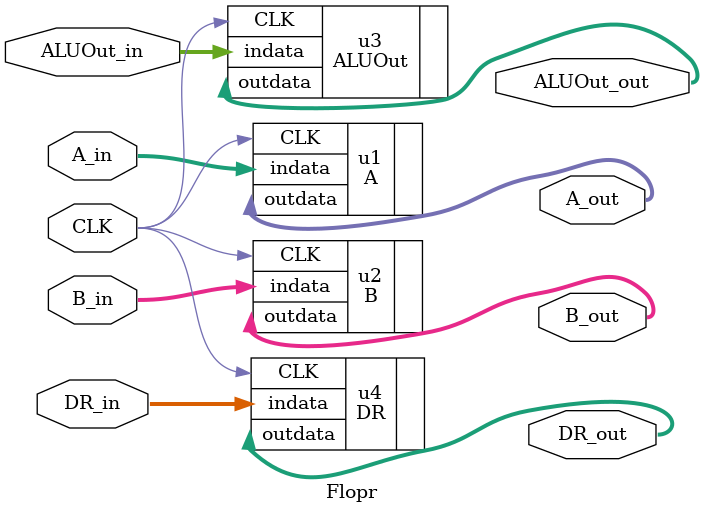
<source format=v>
`timescale 1ns / 1ps

//½«ËÄ¸ö»º³åÆ÷Àý»¯
module Flopr(CLK,B_in,A_in,ALUOut_in,DR_in,B_out,A_out,ALUOut_out,DR_out);//Êý¾Ý¼Ä´æÆ÷,Êý¾Ý»º³å£¬ÓÉ´ø¸´Î»µÄD´¥·¢Æ÷¹¹³É
       input CLK;
       input [31:0] B_in,A_in,ALUOut_in,DR_in;
       output [31:0] B_out,A_out,ALUOut_out,DR_out;
      
    A u1(
    .CLK(CLK),
    .indata(A_in),
    .outdata(A_out)
        );
    
    B u2(
    .CLK(CLK),
    .indata(B_in),
    .outdata(B_out)
        );
    ALUOut u3(
    .CLK(CLK),
    .indata(ALUOut_in),
    .outdata(ALUOut_out)
              );
    DR u4(
    .CLK(CLK),
    .indata(DR_in),
    .outdata(DR_out)
          );
    
endmodule

</source>
